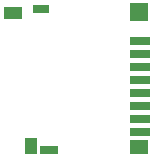
<source format=gtp>
G04*
G04 #@! TF.GenerationSoftware,Altium Limited,Altium Designer,21.4.1 (30)*
G04*
G04 Layer_Color=8421504*
%FSLAX44Y44*%
%MOMM*%
G71*
G04*
G04 #@! TF.SameCoordinates,DE04AE30-6A1C-4D90-925E-84108EEAD676*
G04*
G04*
G04 #@! TF.FilePolarity,Positive*
G04*
G01*
G75*
%ADD17R,1.5000X0.8000*%
%ADD18R,1.4000X0.8000*%
%ADD19R,1.5000X1.3000*%
%ADD20R,1.5000X1.5000*%
%ADD21R,1.0000X1.4500*%
%ADD22R,1.5500X1.0000*%
%ADD23R,1.7500X0.7000*%
D17*
X1714000Y635500D02*
D03*
D18*
X1707500Y754750D02*
D03*
D19*
X1790000Y638000D02*
D03*
D20*
Y751500D02*
D03*
D21*
X1699000Y638750D02*
D03*
D22*
X1683250Y750750D02*
D03*
D23*
X1791250Y650000D02*
D03*
Y661000D02*
D03*
Y672000D02*
D03*
Y683000D02*
D03*
Y694000D02*
D03*
Y705000D02*
D03*
Y716000D02*
D03*
Y727000D02*
D03*
M02*

</source>
